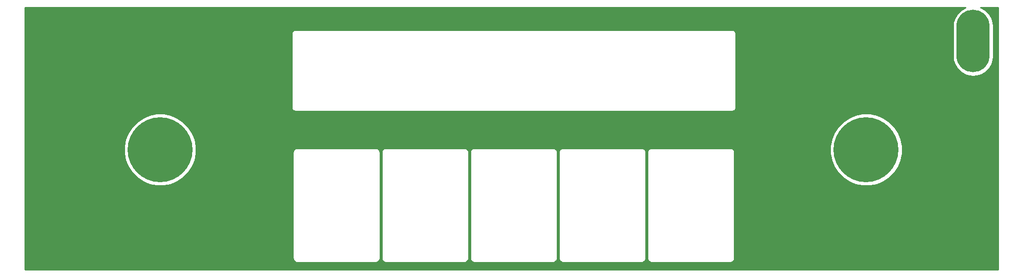
<source format=gbr>
%TF.GenerationSoftware,KiCad,Pcbnew,(5.1.7)-1*%
%TF.CreationDate,2021-04-10T14:02:21+01:00*%
%TF.ProjectId,vintagestereo,76696e74-6167-4657-9374-6572656f2e6b,rev?*%
%TF.SameCoordinates,Original*%
%TF.FileFunction,Copper,L1,Top*%
%TF.FilePolarity,Positive*%
%FSLAX46Y46*%
G04 Gerber Fmt 4.6, Leading zero omitted, Abs format (unit mm)*
G04 Created by KiCad (PCBNEW (5.1.7)-1) date 2021-04-10 14:02:21*
%MOMM*%
%LPD*%
G01*
G04 APERTURE LIST*
%TA.AperFunction,ComponentPad*%
%ADD10C,11.000000*%
%TD*%
%TA.AperFunction,ComponentPad*%
%ADD11O,5.600000X10.600000*%
%TD*%
%TA.AperFunction,NonConductor*%
%ADD12C,0.254000*%
%TD*%
%TA.AperFunction,NonConductor*%
%ADD13C,0.100000*%
%TD*%
G04 APERTURE END LIST*
D10*
%TO.P,H1,1*%
%TO.N,N/C*%
X142500000Y-25000000D03*
%TD*%
D11*
%TO.P,H1,1*%
%TO.N,N/C*%
X160620000Y-6580000D03*
%TD*%
D10*
%TO.P,H1,1*%
%TO.N,N/C*%
X23000000Y-25000000D03*
%TD*%
D12*
X159299122Y-891119D02*
X158702383Y-1210083D01*
X158179336Y-1639336D01*
X157750083Y-2162384D01*
X157431119Y-2759123D01*
X157234702Y-3406623D01*
X157185000Y-3911255D01*
X157185001Y-9248746D01*
X157234703Y-9753378D01*
X157431120Y-10400878D01*
X157750084Y-10997617D01*
X158179337Y-11520664D01*
X158702384Y-11949917D01*
X159299123Y-12268881D01*
X159946623Y-12465298D01*
X160620000Y-12531620D01*
X161293378Y-12465298D01*
X161940878Y-12268881D01*
X162537617Y-11949917D01*
X163060664Y-11520664D01*
X163489917Y-10997617D01*
X163808881Y-10400878D01*
X164005298Y-9753378D01*
X164055000Y-9248746D01*
X164055000Y-3911254D01*
X164005298Y-3406622D01*
X163808881Y-2759122D01*
X163489917Y-2162383D01*
X163060664Y-1639336D01*
X162537616Y-1210083D01*
X161940877Y-891119D01*
X161894333Y-877000D01*
X164840001Y-877000D01*
X164840000Y-45340011D01*
X160000Y-45349990D01*
X160000Y-24395755D01*
X16865000Y-24395755D01*
X16865000Y-25604245D01*
X17100764Y-26789514D01*
X17563233Y-27906012D01*
X18234634Y-28910835D01*
X19089165Y-29765366D01*
X20093988Y-30436767D01*
X21210486Y-30899236D01*
X22395755Y-31135000D01*
X23604245Y-31135000D01*
X24789514Y-30899236D01*
X25906012Y-30436767D01*
X26910835Y-29765366D01*
X27765366Y-28910835D01*
X28436767Y-27906012D01*
X28899236Y-26789514D01*
X29135000Y-25604245D01*
X29135000Y-25410000D01*
X45472138Y-25410000D01*
X45475500Y-25444135D01*
X45475501Y-43385855D01*
X45472138Y-43420000D01*
X45485557Y-43556244D01*
X45525298Y-43687252D01*
X45589833Y-43807989D01*
X45676683Y-43913817D01*
X45782511Y-44000667D01*
X45903248Y-44065202D01*
X46034256Y-44104943D01*
X46136365Y-44115000D01*
X46136366Y-44115000D01*
X46170500Y-44118362D01*
X46204635Y-44115000D01*
X59486366Y-44115000D01*
X59520500Y-44118362D01*
X59656744Y-44104943D01*
X59787752Y-44065202D01*
X59908489Y-44000667D01*
X60014317Y-43913817D01*
X60101167Y-43807989D01*
X60165702Y-43687252D01*
X60205443Y-43556244D01*
X60215500Y-43454135D01*
X60218862Y-43420000D01*
X60215500Y-43385865D01*
X60215500Y-25444135D01*
X60218862Y-25410000D01*
X60472138Y-25410000D01*
X60475500Y-25444135D01*
X60475501Y-43385855D01*
X60472138Y-43420000D01*
X60485557Y-43556244D01*
X60525298Y-43687252D01*
X60589833Y-43807989D01*
X60676683Y-43913817D01*
X60782511Y-44000667D01*
X60903248Y-44065202D01*
X61034256Y-44104943D01*
X61136365Y-44115000D01*
X61136366Y-44115000D01*
X61170500Y-44118362D01*
X61204635Y-44115000D01*
X74486366Y-44115000D01*
X74520500Y-44118362D01*
X74656744Y-44104943D01*
X74787752Y-44065202D01*
X74908489Y-44000667D01*
X75014317Y-43913817D01*
X75101167Y-43807989D01*
X75165702Y-43687252D01*
X75205443Y-43556244D01*
X75215500Y-43454135D01*
X75218862Y-43420000D01*
X75215500Y-43385865D01*
X75215500Y-25444135D01*
X75218862Y-25410000D01*
X75472138Y-25410000D01*
X75475500Y-25444135D01*
X75475501Y-43385855D01*
X75472138Y-43420000D01*
X75485557Y-43556244D01*
X75525298Y-43687252D01*
X75589833Y-43807989D01*
X75676683Y-43913817D01*
X75782511Y-44000667D01*
X75903248Y-44065202D01*
X76034256Y-44104943D01*
X76136365Y-44115000D01*
X76136366Y-44115000D01*
X76170500Y-44118362D01*
X76204635Y-44115000D01*
X89486366Y-44115000D01*
X89520500Y-44118362D01*
X89656744Y-44104943D01*
X89787752Y-44065202D01*
X89908489Y-44000667D01*
X90014317Y-43913817D01*
X90101167Y-43807989D01*
X90165702Y-43687252D01*
X90205443Y-43556244D01*
X90215500Y-43454135D01*
X90218862Y-43420000D01*
X90215500Y-43385865D01*
X90215500Y-25444135D01*
X90218862Y-25410000D01*
X90472138Y-25410000D01*
X90475500Y-25444135D01*
X90475501Y-43385855D01*
X90472138Y-43420000D01*
X90485557Y-43556244D01*
X90525298Y-43687252D01*
X90589833Y-43807989D01*
X90676683Y-43913817D01*
X90782511Y-44000667D01*
X90903248Y-44065202D01*
X91034256Y-44104943D01*
X91136365Y-44115000D01*
X91136366Y-44115000D01*
X91170500Y-44118362D01*
X91204635Y-44115000D01*
X104486366Y-44115000D01*
X104520500Y-44118362D01*
X104656744Y-44104943D01*
X104787752Y-44065202D01*
X104908489Y-44000667D01*
X105014317Y-43913817D01*
X105101167Y-43807989D01*
X105165702Y-43687252D01*
X105205443Y-43556244D01*
X105215500Y-43454135D01*
X105218862Y-43420000D01*
X105215500Y-43385865D01*
X105215500Y-25444135D01*
X105218862Y-25410000D01*
X105472138Y-25410000D01*
X105475500Y-25444135D01*
X105475501Y-43385855D01*
X105472138Y-43420000D01*
X105485557Y-43556244D01*
X105525298Y-43687252D01*
X105589833Y-43807989D01*
X105676683Y-43913817D01*
X105782511Y-44000667D01*
X105903248Y-44065202D01*
X106034256Y-44104943D01*
X106136365Y-44115000D01*
X106136366Y-44115000D01*
X106170500Y-44118362D01*
X106204635Y-44115000D01*
X119486366Y-44115000D01*
X119520500Y-44118362D01*
X119656744Y-44104943D01*
X119787752Y-44065202D01*
X119908489Y-44000667D01*
X120014317Y-43913817D01*
X120101167Y-43807989D01*
X120165702Y-43687252D01*
X120205443Y-43556244D01*
X120215500Y-43454135D01*
X120218862Y-43420000D01*
X120215500Y-43385865D01*
X120215500Y-25444135D01*
X120218862Y-25410000D01*
X120205443Y-25273756D01*
X120165702Y-25142748D01*
X120101167Y-25022011D01*
X120014317Y-24916183D01*
X119908489Y-24829333D01*
X119787752Y-24764798D01*
X119656744Y-24725057D01*
X119554635Y-24715000D01*
X119554634Y-24715000D01*
X119520500Y-24711638D01*
X119486365Y-24715000D01*
X106204634Y-24715000D01*
X106170500Y-24711638D01*
X106136365Y-24715000D01*
X106034256Y-24725057D01*
X105903248Y-24764798D01*
X105782511Y-24829333D01*
X105676683Y-24916183D01*
X105589833Y-25022011D01*
X105525298Y-25142748D01*
X105485557Y-25273756D01*
X105472138Y-25410000D01*
X105218862Y-25410000D01*
X105205443Y-25273756D01*
X105165702Y-25142748D01*
X105101167Y-25022011D01*
X105014317Y-24916183D01*
X104908489Y-24829333D01*
X104787752Y-24764798D01*
X104656744Y-24725057D01*
X104554635Y-24715000D01*
X104554634Y-24715000D01*
X104520500Y-24711638D01*
X104486365Y-24715000D01*
X91204634Y-24715000D01*
X91170500Y-24711638D01*
X91136365Y-24715000D01*
X91034256Y-24725057D01*
X90903248Y-24764798D01*
X90782511Y-24829333D01*
X90676683Y-24916183D01*
X90589833Y-25022011D01*
X90525298Y-25142748D01*
X90485557Y-25273756D01*
X90472138Y-25410000D01*
X90218862Y-25410000D01*
X90205443Y-25273756D01*
X90165702Y-25142748D01*
X90101167Y-25022011D01*
X90014317Y-24916183D01*
X89908489Y-24829333D01*
X89787752Y-24764798D01*
X89656744Y-24725057D01*
X89554635Y-24715000D01*
X89554634Y-24715000D01*
X89520500Y-24711638D01*
X89486365Y-24715000D01*
X76204634Y-24715000D01*
X76170500Y-24711638D01*
X76136365Y-24715000D01*
X76034256Y-24725057D01*
X75903248Y-24764798D01*
X75782511Y-24829333D01*
X75676683Y-24916183D01*
X75589833Y-25022011D01*
X75525298Y-25142748D01*
X75485557Y-25273756D01*
X75472138Y-25410000D01*
X75218862Y-25410000D01*
X75205443Y-25273756D01*
X75165702Y-25142748D01*
X75101167Y-25022011D01*
X75014317Y-24916183D01*
X74908489Y-24829333D01*
X74787752Y-24764798D01*
X74656744Y-24725057D01*
X74554635Y-24715000D01*
X74554634Y-24715000D01*
X74520500Y-24711638D01*
X74486365Y-24715000D01*
X61204634Y-24715000D01*
X61170500Y-24711638D01*
X61136365Y-24715000D01*
X61034256Y-24725057D01*
X60903248Y-24764798D01*
X60782511Y-24829333D01*
X60676683Y-24916183D01*
X60589833Y-25022011D01*
X60525298Y-25142748D01*
X60485557Y-25273756D01*
X60472138Y-25410000D01*
X60218862Y-25410000D01*
X60205443Y-25273756D01*
X60165702Y-25142748D01*
X60101167Y-25022011D01*
X60014317Y-24916183D01*
X59908489Y-24829333D01*
X59787752Y-24764798D01*
X59656744Y-24725057D01*
X59554635Y-24715000D01*
X59554634Y-24715000D01*
X59520500Y-24711638D01*
X59486365Y-24715000D01*
X46204634Y-24715000D01*
X46170500Y-24711638D01*
X46136365Y-24715000D01*
X46034256Y-24725057D01*
X45903248Y-24764798D01*
X45782511Y-24829333D01*
X45676683Y-24916183D01*
X45589833Y-25022011D01*
X45525298Y-25142748D01*
X45485557Y-25273756D01*
X45472138Y-25410000D01*
X29135000Y-25410000D01*
X29135000Y-24395755D01*
X136365000Y-24395755D01*
X136365000Y-25604245D01*
X136600764Y-26789514D01*
X137063233Y-27906012D01*
X137734634Y-28910835D01*
X138589165Y-29765366D01*
X139593988Y-30436767D01*
X140710486Y-30899236D01*
X141895755Y-31135000D01*
X143104245Y-31135000D01*
X144289514Y-30899236D01*
X145406012Y-30436767D01*
X146410835Y-29765366D01*
X147265366Y-28910835D01*
X147936767Y-27906012D01*
X148399236Y-26789514D01*
X148635000Y-25604245D01*
X148635000Y-24395755D01*
X148399236Y-23210486D01*
X147936767Y-22093988D01*
X147265366Y-21089165D01*
X146410835Y-20234634D01*
X145406012Y-19563233D01*
X144289514Y-19100764D01*
X143104245Y-18865000D01*
X141895755Y-18865000D01*
X140710486Y-19100764D01*
X139593988Y-19563233D01*
X138589165Y-20234634D01*
X137734634Y-21089165D01*
X137063233Y-22093988D01*
X136600764Y-23210486D01*
X136365000Y-24395755D01*
X29135000Y-24395755D01*
X28899236Y-23210486D01*
X28436767Y-22093988D01*
X27765366Y-21089165D01*
X26910835Y-20234634D01*
X25906012Y-19563233D01*
X24789514Y-19100764D01*
X23604245Y-18865000D01*
X22395755Y-18865000D01*
X21210486Y-19100764D01*
X20093988Y-19563233D01*
X19089165Y-20234634D01*
X18234634Y-21089165D01*
X17563233Y-22093988D01*
X17100764Y-23210486D01*
X16865000Y-24395755D01*
X160000Y-24395755D01*
X160000Y-5340000D01*
X45246807Y-5340000D01*
X45250001Y-5372429D01*
X45250000Y-17787581D01*
X45246807Y-17820000D01*
X45259550Y-17949383D01*
X45297290Y-18073793D01*
X45358575Y-18188450D01*
X45441052Y-18288948D01*
X45541550Y-18371425D01*
X45656207Y-18432710D01*
X45780617Y-18470450D01*
X45910000Y-18483193D01*
X45942419Y-18480000D01*
X119757581Y-18480000D01*
X119790000Y-18483193D01*
X119822419Y-18480000D01*
X119919383Y-18470450D01*
X120043793Y-18432710D01*
X120158450Y-18371425D01*
X120258948Y-18288948D01*
X120341425Y-18188450D01*
X120402710Y-18073793D01*
X120440450Y-17949383D01*
X120453193Y-17820000D01*
X120450000Y-17787581D01*
X120450000Y-5372419D01*
X120453193Y-5340000D01*
X120440450Y-5210617D01*
X120402710Y-5086207D01*
X120341425Y-4971550D01*
X120258948Y-4871052D01*
X120158450Y-4788575D01*
X120043793Y-4727290D01*
X119919383Y-4689550D01*
X119822419Y-4680000D01*
X119790000Y-4676807D01*
X119757581Y-4680000D01*
X45942419Y-4680000D01*
X45910000Y-4676807D01*
X45877581Y-4680000D01*
X45780617Y-4689550D01*
X45656207Y-4727290D01*
X45541550Y-4788575D01*
X45441052Y-4871052D01*
X45358575Y-4971550D01*
X45297290Y-5086207D01*
X45259550Y-5210617D01*
X45246807Y-5340000D01*
X160000Y-5340000D01*
X160000Y-877000D01*
X159345666Y-877000D01*
X159299122Y-891119D01*
%TA.AperFunction,NonConductor*%
D13*
G36*
X159299122Y-891119D02*
G01*
X158702383Y-1210083D01*
X158179336Y-1639336D01*
X157750083Y-2162384D01*
X157431119Y-2759123D01*
X157234702Y-3406623D01*
X157185000Y-3911255D01*
X157185001Y-9248746D01*
X157234703Y-9753378D01*
X157431120Y-10400878D01*
X157750084Y-10997617D01*
X158179337Y-11520664D01*
X158702384Y-11949917D01*
X159299123Y-12268881D01*
X159946623Y-12465298D01*
X160620000Y-12531620D01*
X161293378Y-12465298D01*
X161940878Y-12268881D01*
X162537617Y-11949917D01*
X163060664Y-11520664D01*
X163489917Y-10997617D01*
X163808881Y-10400878D01*
X164005298Y-9753378D01*
X164055000Y-9248746D01*
X164055000Y-3911254D01*
X164005298Y-3406622D01*
X163808881Y-2759122D01*
X163489917Y-2162383D01*
X163060664Y-1639336D01*
X162537616Y-1210083D01*
X161940877Y-891119D01*
X161894333Y-877000D01*
X164840001Y-877000D01*
X164840000Y-45340011D01*
X160000Y-45349990D01*
X160000Y-24395755D01*
X16865000Y-24395755D01*
X16865000Y-25604245D01*
X17100764Y-26789514D01*
X17563233Y-27906012D01*
X18234634Y-28910835D01*
X19089165Y-29765366D01*
X20093988Y-30436767D01*
X21210486Y-30899236D01*
X22395755Y-31135000D01*
X23604245Y-31135000D01*
X24789514Y-30899236D01*
X25906012Y-30436767D01*
X26910835Y-29765366D01*
X27765366Y-28910835D01*
X28436767Y-27906012D01*
X28899236Y-26789514D01*
X29135000Y-25604245D01*
X29135000Y-25410000D01*
X45472138Y-25410000D01*
X45475500Y-25444135D01*
X45475501Y-43385855D01*
X45472138Y-43420000D01*
X45485557Y-43556244D01*
X45525298Y-43687252D01*
X45589833Y-43807989D01*
X45676683Y-43913817D01*
X45782511Y-44000667D01*
X45903248Y-44065202D01*
X46034256Y-44104943D01*
X46136365Y-44115000D01*
X46136366Y-44115000D01*
X46170500Y-44118362D01*
X46204635Y-44115000D01*
X59486366Y-44115000D01*
X59520500Y-44118362D01*
X59656744Y-44104943D01*
X59787752Y-44065202D01*
X59908489Y-44000667D01*
X60014317Y-43913817D01*
X60101167Y-43807989D01*
X60165702Y-43687252D01*
X60205443Y-43556244D01*
X60215500Y-43454135D01*
X60218862Y-43420000D01*
X60215500Y-43385865D01*
X60215500Y-25444135D01*
X60218862Y-25410000D01*
X60472138Y-25410000D01*
X60475500Y-25444135D01*
X60475501Y-43385855D01*
X60472138Y-43420000D01*
X60485557Y-43556244D01*
X60525298Y-43687252D01*
X60589833Y-43807989D01*
X60676683Y-43913817D01*
X60782511Y-44000667D01*
X60903248Y-44065202D01*
X61034256Y-44104943D01*
X61136365Y-44115000D01*
X61136366Y-44115000D01*
X61170500Y-44118362D01*
X61204635Y-44115000D01*
X74486366Y-44115000D01*
X74520500Y-44118362D01*
X74656744Y-44104943D01*
X74787752Y-44065202D01*
X74908489Y-44000667D01*
X75014317Y-43913817D01*
X75101167Y-43807989D01*
X75165702Y-43687252D01*
X75205443Y-43556244D01*
X75215500Y-43454135D01*
X75218862Y-43420000D01*
X75215500Y-43385865D01*
X75215500Y-25444135D01*
X75218862Y-25410000D01*
X75472138Y-25410000D01*
X75475500Y-25444135D01*
X75475501Y-43385855D01*
X75472138Y-43420000D01*
X75485557Y-43556244D01*
X75525298Y-43687252D01*
X75589833Y-43807989D01*
X75676683Y-43913817D01*
X75782511Y-44000667D01*
X75903248Y-44065202D01*
X76034256Y-44104943D01*
X76136365Y-44115000D01*
X76136366Y-44115000D01*
X76170500Y-44118362D01*
X76204635Y-44115000D01*
X89486366Y-44115000D01*
X89520500Y-44118362D01*
X89656744Y-44104943D01*
X89787752Y-44065202D01*
X89908489Y-44000667D01*
X90014317Y-43913817D01*
X90101167Y-43807989D01*
X90165702Y-43687252D01*
X90205443Y-43556244D01*
X90215500Y-43454135D01*
X90218862Y-43420000D01*
X90215500Y-43385865D01*
X90215500Y-25444135D01*
X90218862Y-25410000D01*
X90472138Y-25410000D01*
X90475500Y-25444135D01*
X90475501Y-43385855D01*
X90472138Y-43420000D01*
X90485557Y-43556244D01*
X90525298Y-43687252D01*
X90589833Y-43807989D01*
X90676683Y-43913817D01*
X90782511Y-44000667D01*
X90903248Y-44065202D01*
X91034256Y-44104943D01*
X91136365Y-44115000D01*
X91136366Y-44115000D01*
X91170500Y-44118362D01*
X91204635Y-44115000D01*
X104486366Y-44115000D01*
X104520500Y-44118362D01*
X104656744Y-44104943D01*
X104787752Y-44065202D01*
X104908489Y-44000667D01*
X105014317Y-43913817D01*
X105101167Y-43807989D01*
X105165702Y-43687252D01*
X105205443Y-43556244D01*
X105215500Y-43454135D01*
X105218862Y-43420000D01*
X105215500Y-43385865D01*
X105215500Y-25444135D01*
X105218862Y-25410000D01*
X105472138Y-25410000D01*
X105475500Y-25444135D01*
X105475501Y-43385855D01*
X105472138Y-43420000D01*
X105485557Y-43556244D01*
X105525298Y-43687252D01*
X105589833Y-43807989D01*
X105676683Y-43913817D01*
X105782511Y-44000667D01*
X105903248Y-44065202D01*
X106034256Y-44104943D01*
X106136365Y-44115000D01*
X106136366Y-44115000D01*
X106170500Y-44118362D01*
X106204635Y-44115000D01*
X119486366Y-44115000D01*
X119520500Y-44118362D01*
X119656744Y-44104943D01*
X119787752Y-44065202D01*
X119908489Y-44000667D01*
X120014317Y-43913817D01*
X120101167Y-43807989D01*
X120165702Y-43687252D01*
X120205443Y-43556244D01*
X120215500Y-43454135D01*
X120218862Y-43420000D01*
X120215500Y-43385865D01*
X120215500Y-25444135D01*
X120218862Y-25410000D01*
X120205443Y-25273756D01*
X120165702Y-25142748D01*
X120101167Y-25022011D01*
X120014317Y-24916183D01*
X119908489Y-24829333D01*
X119787752Y-24764798D01*
X119656744Y-24725057D01*
X119554635Y-24715000D01*
X119554634Y-24715000D01*
X119520500Y-24711638D01*
X119486365Y-24715000D01*
X106204634Y-24715000D01*
X106170500Y-24711638D01*
X106136365Y-24715000D01*
X106034256Y-24725057D01*
X105903248Y-24764798D01*
X105782511Y-24829333D01*
X105676683Y-24916183D01*
X105589833Y-25022011D01*
X105525298Y-25142748D01*
X105485557Y-25273756D01*
X105472138Y-25410000D01*
X105218862Y-25410000D01*
X105205443Y-25273756D01*
X105165702Y-25142748D01*
X105101167Y-25022011D01*
X105014317Y-24916183D01*
X104908489Y-24829333D01*
X104787752Y-24764798D01*
X104656744Y-24725057D01*
X104554635Y-24715000D01*
X104554634Y-24715000D01*
X104520500Y-24711638D01*
X104486365Y-24715000D01*
X91204634Y-24715000D01*
X91170500Y-24711638D01*
X91136365Y-24715000D01*
X91034256Y-24725057D01*
X90903248Y-24764798D01*
X90782511Y-24829333D01*
X90676683Y-24916183D01*
X90589833Y-25022011D01*
X90525298Y-25142748D01*
X90485557Y-25273756D01*
X90472138Y-25410000D01*
X90218862Y-25410000D01*
X90205443Y-25273756D01*
X90165702Y-25142748D01*
X90101167Y-25022011D01*
X90014317Y-24916183D01*
X89908489Y-24829333D01*
X89787752Y-24764798D01*
X89656744Y-24725057D01*
X89554635Y-24715000D01*
X89554634Y-24715000D01*
X89520500Y-24711638D01*
X89486365Y-24715000D01*
X76204634Y-24715000D01*
X76170500Y-24711638D01*
X76136365Y-24715000D01*
X76034256Y-24725057D01*
X75903248Y-24764798D01*
X75782511Y-24829333D01*
X75676683Y-24916183D01*
X75589833Y-25022011D01*
X75525298Y-25142748D01*
X75485557Y-25273756D01*
X75472138Y-25410000D01*
X75218862Y-25410000D01*
X75205443Y-25273756D01*
X75165702Y-25142748D01*
X75101167Y-25022011D01*
X75014317Y-24916183D01*
X74908489Y-24829333D01*
X74787752Y-24764798D01*
X74656744Y-24725057D01*
X74554635Y-24715000D01*
X74554634Y-24715000D01*
X74520500Y-24711638D01*
X74486365Y-24715000D01*
X61204634Y-24715000D01*
X61170500Y-24711638D01*
X61136365Y-24715000D01*
X61034256Y-24725057D01*
X60903248Y-24764798D01*
X60782511Y-24829333D01*
X60676683Y-24916183D01*
X60589833Y-25022011D01*
X60525298Y-25142748D01*
X60485557Y-25273756D01*
X60472138Y-25410000D01*
X60218862Y-25410000D01*
X60205443Y-25273756D01*
X60165702Y-25142748D01*
X60101167Y-25022011D01*
X60014317Y-24916183D01*
X59908489Y-24829333D01*
X59787752Y-24764798D01*
X59656744Y-24725057D01*
X59554635Y-24715000D01*
X59554634Y-24715000D01*
X59520500Y-24711638D01*
X59486365Y-24715000D01*
X46204634Y-24715000D01*
X46170500Y-24711638D01*
X46136365Y-24715000D01*
X46034256Y-24725057D01*
X45903248Y-24764798D01*
X45782511Y-24829333D01*
X45676683Y-24916183D01*
X45589833Y-25022011D01*
X45525298Y-25142748D01*
X45485557Y-25273756D01*
X45472138Y-25410000D01*
X29135000Y-25410000D01*
X29135000Y-24395755D01*
X136365000Y-24395755D01*
X136365000Y-25604245D01*
X136600764Y-26789514D01*
X137063233Y-27906012D01*
X137734634Y-28910835D01*
X138589165Y-29765366D01*
X139593988Y-30436767D01*
X140710486Y-30899236D01*
X141895755Y-31135000D01*
X143104245Y-31135000D01*
X144289514Y-30899236D01*
X145406012Y-30436767D01*
X146410835Y-29765366D01*
X147265366Y-28910835D01*
X147936767Y-27906012D01*
X148399236Y-26789514D01*
X148635000Y-25604245D01*
X148635000Y-24395755D01*
X148399236Y-23210486D01*
X147936767Y-22093988D01*
X147265366Y-21089165D01*
X146410835Y-20234634D01*
X145406012Y-19563233D01*
X144289514Y-19100764D01*
X143104245Y-18865000D01*
X141895755Y-18865000D01*
X140710486Y-19100764D01*
X139593988Y-19563233D01*
X138589165Y-20234634D01*
X137734634Y-21089165D01*
X137063233Y-22093988D01*
X136600764Y-23210486D01*
X136365000Y-24395755D01*
X29135000Y-24395755D01*
X28899236Y-23210486D01*
X28436767Y-22093988D01*
X27765366Y-21089165D01*
X26910835Y-20234634D01*
X25906012Y-19563233D01*
X24789514Y-19100764D01*
X23604245Y-18865000D01*
X22395755Y-18865000D01*
X21210486Y-19100764D01*
X20093988Y-19563233D01*
X19089165Y-20234634D01*
X18234634Y-21089165D01*
X17563233Y-22093988D01*
X17100764Y-23210486D01*
X16865000Y-24395755D01*
X160000Y-24395755D01*
X160000Y-5340000D01*
X45246807Y-5340000D01*
X45250001Y-5372429D01*
X45250000Y-17787581D01*
X45246807Y-17820000D01*
X45259550Y-17949383D01*
X45297290Y-18073793D01*
X45358575Y-18188450D01*
X45441052Y-18288948D01*
X45541550Y-18371425D01*
X45656207Y-18432710D01*
X45780617Y-18470450D01*
X45910000Y-18483193D01*
X45942419Y-18480000D01*
X119757581Y-18480000D01*
X119790000Y-18483193D01*
X119822419Y-18480000D01*
X119919383Y-18470450D01*
X120043793Y-18432710D01*
X120158450Y-18371425D01*
X120258948Y-18288948D01*
X120341425Y-18188450D01*
X120402710Y-18073793D01*
X120440450Y-17949383D01*
X120453193Y-17820000D01*
X120450000Y-17787581D01*
X120450000Y-5372419D01*
X120453193Y-5340000D01*
X120440450Y-5210617D01*
X120402710Y-5086207D01*
X120341425Y-4971550D01*
X120258948Y-4871052D01*
X120158450Y-4788575D01*
X120043793Y-4727290D01*
X119919383Y-4689550D01*
X119822419Y-4680000D01*
X119790000Y-4676807D01*
X119757581Y-4680000D01*
X45942419Y-4680000D01*
X45910000Y-4676807D01*
X45877581Y-4680000D01*
X45780617Y-4689550D01*
X45656207Y-4727290D01*
X45541550Y-4788575D01*
X45441052Y-4871052D01*
X45358575Y-4971550D01*
X45297290Y-5086207D01*
X45259550Y-5210617D01*
X45246807Y-5340000D01*
X160000Y-5340000D01*
X160000Y-877000D01*
X159345666Y-877000D01*
X159299122Y-891119D01*
G37*
%TD.AperFunction*%
M02*

</source>
